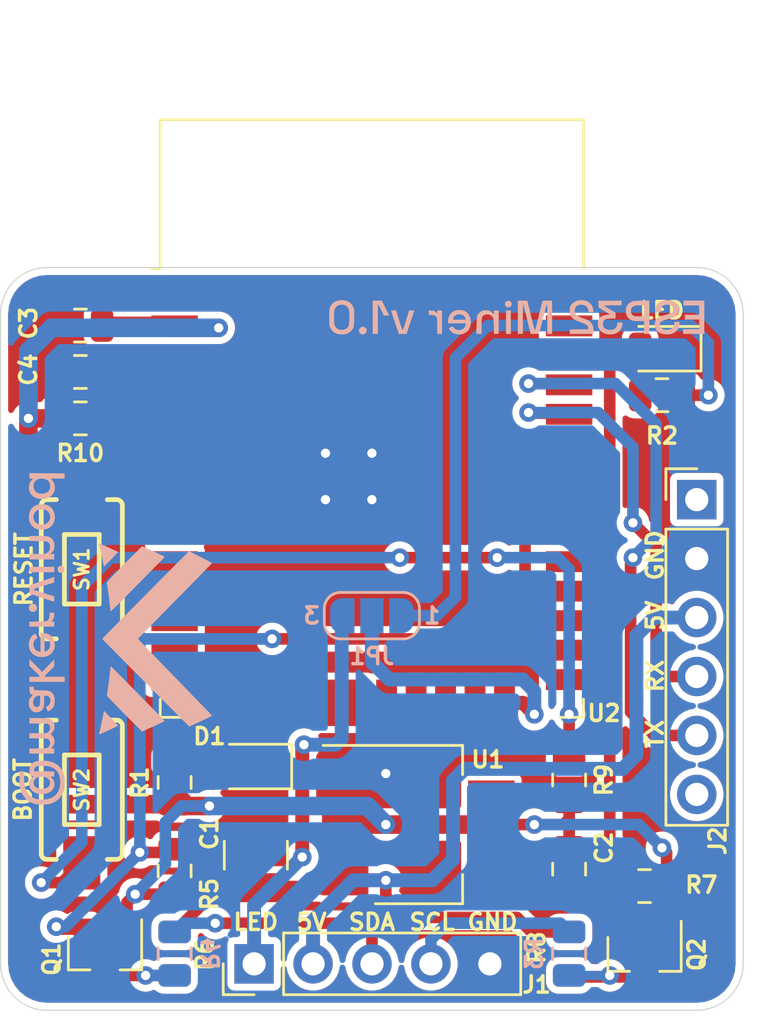
<source format=kicad_pcb>
(kicad_pcb (version 20171130) (host pcbnew "(5.1.9)-1")
  (layers (0 F.Cu signal) (31 B.Cu signal) (34 B.Paste user) (35 F.Paste user) (36 B.SilkS user) (37 F.SilkS user) (38 B.Mask user) (39 F.Mask user) (44 Edge.Cuts user))
  (net 0 "")
  (net 1 GND)
  (net 2 +5V)
  (net 3 +3V3)
  (net 4 RESET)
  (net 5 "Net-(D1-Pad2)")
  (net 6 "Net-(D2-Pad2)")
  (net 7 "Net-(J1-Pad4)")
  (net 8 "Net-(J1-Pad3)")
  (net 9 EXT_LED)
  (net 10 ESP32_TX)
  (net 11 ESP32_RX)
  (net 12 LED)
  (net 13 ON_BOARD_LED)
  (net 14 H_SDA)
  (net 15 SDA)
  (net 16 H_SCL)
  (net 17 SCL)
  (net 18 BOOT)
  (net 19 "Net-(U2-Pad37)")
  (net 20 "Net-(U2-Pad32)")
  (net 21 "Net-(U2-Pad31)")
  (net 22 "Net-(U2-Pad30)")
  (net 23 "Net-(U2-Pad29)")
  (net 24 "Net-(U2-Pad28)")
  (net 25 "Net-(U2-Pad27)")
  (net 26 "Net-(U2-Pad26)")
  (net 27 "Net-(U2-Pad23)")
  (net 28 "Net-(U2-Pad22)")
  (net 29 "Net-(U2-Pad21)")
  (net 30 "Net-(U2-Pad20)")
  (net 31 "Net-(U2-Pad19)")
  (net 32 "Net-(U2-Pad18)")
  (net 33 "Net-(U2-Pad17)")
  (net 34 "Net-(U2-Pad16)")
  (net 35 "Net-(U2-Pad14)")
  (net 36 "Net-(U2-Pad13)")
  (net 37 "Net-(U2-Pad12)")
  (net 38 "Net-(U2-Pad11)")
  (net 39 "Net-(U2-Pad10)")
  (net 40 "Net-(U2-Pad9)")
  (net 41 "Net-(U2-Pad8)")
  (net 42 "Net-(U2-Pad7)")
  (net 43 "Net-(U2-Pad6)")
  (net 44 "Net-(U2-Pad5)")
  (net 45 "Net-(U2-Pad4)")
  (net 46 "Net-(J2-Pad6)")
  (net 47 "Net-(J2-Pad1)")
  (module MV_LOGO:MV_LOGO-8x5mm (layer B.Cu) (at 132.1 87.000535 90)
    (fp_text reference G*** hide)
    (fp_text value LOGO hide)
  )
  (module MV_LOGO:maker.vinod-14x2mm (layer B.Cu) (at 127.3 87.007594 90)
    (fp_text reference G*** hide)
    (fp_text value LOGO hide)
  )
  (module Logo:BoardName (layer B.Cu) (at 147.75 73.15 180)
    (fp_text reference G*** hide)
    (fp_text value LOGO hide)
  )
  (module RF_Module:ESP32-WROOM-32 (layer F.Cu) (at 141.5 80.5)
    (fp_text reference U2 (at 10 9.7 180) (layer F.SilkS) (effects (font (size 0.7 0.7))))
    (fp_text value ESP32-WROOM-32D)
    (pad 38 smd rect (at 8.5 -8.255) (size 2 0.9) (layers F.Cu F.Paste F.Mask) (net 1 GND))
    (pad 37 smd rect (at 8.5 -6.985) (size 2 0.9) (layers F.Cu F.Paste F.Mask) (net 19 "Net-(U2-Pad37)"))
    (pad 36 smd rect (at 8.5 -5.715) (size 2 0.9) (layers F.Cu F.Paste F.Mask) (net 17 SCL))
    (pad 35 smd rect (at 8.5 -4.445) (size 2 0.9) (layers F.Cu F.Paste F.Mask) (net 10 ESP32_TX))
    (pad 34 smd rect (at 8.5 -3.175) (size 2 0.9) (layers F.Cu F.Paste F.Mask) (net 11 ESP32_RX))
    (pad 33 smd rect (at 8.5 -1.905) (size 2 0.9) (layers F.Cu F.Paste F.Mask) (net 15 SDA))
    (pad 32 smd rect (at 8.5 -0.635) (size 2 0.9) (layers F.Cu F.Paste F.Mask) (net 20 "Net-(U2-Pad32)"))
    (pad 31 smd rect (at 8.5 0.635) (size 2 0.9) (layers F.Cu F.Paste F.Mask) (net 21 "Net-(U2-Pad31)"))
    (pad 30 smd rect (at 8.5 1.905) (size 2 0.9) (layers F.Cu F.Paste F.Mask) (net 22 "Net-(U2-Pad30)"))
    (pad 29 smd rect (at 8.5 3.175) (size 2 0.9) (layers F.Cu F.Paste F.Mask) (net 23 "Net-(U2-Pad29)"))
    (pad 28 smd rect (at 8.5 4.445) (size 2 0.9) (layers F.Cu F.Paste F.Mask) (net 24 "Net-(U2-Pad28)"))
    (pad 27 smd rect (at 8.5 5.715) (size 2 0.9) (layers F.Cu F.Paste F.Mask) (net 25 "Net-(U2-Pad27)"))
    (pad 26 smd rect (at 8.5 6.985) (size 2 0.9) (layers F.Cu F.Paste F.Mask) (net 26 "Net-(U2-Pad26)"))
    (pad 25 smd rect (at 8.5 8.255) (size 2 0.9) (layers F.Cu F.Paste F.Mask) (net 18 BOOT))
    (pad 24 smd rect (at 5.715 9.255 90) (size 2 0.9) (layers F.Cu F.Paste F.Mask) (net 12 LED))
    (pad 23 smd rect (at 4.445 9.255 90) (size 2 0.9) (layers F.Cu F.Paste F.Mask) (net 27 "Net-(U2-Pad23)"))
    (pad 22 smd rect (at 3.175 9.255 90) (size 2 0.9) (layers F.Cu F.Paste F.Mask) (net 28 "Net-(U2-Pad22)"))
    (pad 21 smd rect (at 1.905 9.255 90) (size 2 0.9) (layers F.Cu F.Paste F.Mask) (net 29 "Net-(U2-Pad21)"))
    (pad 20 smd rect (at 0.635 9.255 90) (size 2 0.9) (layers F.Cu F.Paste F.Mask) (net 30 "Net-(U2-Pad20)"))
    (pad 19 smd rect (at -0.635 9.255 90) (size 2 0.9) (layers F.Cu F.Paste F.Mask) (net 31 "Net-(U2-Pad19)"))
    (pad 18 smd rect (at -1.905 9.255 90) (size 2 0.9) (layers F.Cu F.Paste F.Mask) (net 32 "Net-(U2-Pad18)"))
    (pad 17 smd rect (at -3.175 9.255 90) (size 2 0.9) (layers F.Cu F.Paste F.Mask) (net 33 "Net-(U2-Pad17)"))
    (pad 16 smd rect (at -4.445 9.255 90) (size 2 0.9) (layers F.Cu F.Paste F.Mask) (net 34 "Net-(U2-Pad16)"))
    (pad 15 smd rect (at -5.715 9.255 90) (size 2 0.9) (layers F.Cu F.Paste F.Mask) (net 1 GND))
    (pad 14 smd rect (at -8.5 8.255) (size 2 0.9) (layers F.Cu F.Paste F.Mask) (net 35 "Net-(U2-Pad14)"))
    (pad 13 smd rect (at -8.5 6.985) (size 2 0.9) (layers F.Cu F.Paste F.Mask) (net 36 "Net-(U2-Pad13)"))
    (pad 12 smd rect (at -8.5 5.715) (size 2 0.9) (layers F.Cu F.Paste F.Mask) (net 37 "Net-(U2-Pad12)"))
    (pad 11 smd rect (at -8.5 4.445) (size 2 0.9) (layers F.Cu F.Paste F.Mask) (net 38 "Net-(U2-Pad11)"))
    (pad 10 smd rect (at -8.5 3.175) (size 2 0.9) (layers F.Cu F.Paste F.Mask) (net 39 "Net-(U2-Pad10)"))
    (pad 9 smd rect (at -8.5 1.905) (size 2 0.9) (layers F.Cu F.Paste F.Mask) (net 40 "Net-(U2-Pad9)"))
    (pad 8 smd rect (at -8.5 0.635) (size 2 0.9) (layers F.Cu F.Paste F.Mask) (net 41 "Net-(U2-Pad8)"))
    (pad 7 smd rect (at -8.5 -0.635) (size 2 0.9) (layers F.Cu F.Paste F.Mask) (net 42 "Net-(U2-Pad7)"))
    (pad 6 smd rect (at -8.5 -1.905) (size 2 0.9) (layers F.Cu F.Paste F.Mask) (net 43 "Net-(U2-Pad6)"))
    (pad 5 smd rect (at -8.5 -3.175) (size 2 0.9) (layers F.Cu F.Paste F.Mask) (net 44 "Net-(U2-Pad5)"))
    (pad 4 smd rect (at -8.5 -4.445) (size 2 0.9) (layers F.Cu F.Paste F.Mask) (net 45 "Net-(U2-Pad4)"))
    (pad 3 smd rect (at -8.5 -5.715) (size 2 0.9) (layers F.Cu F.Paste F.Mask) (net 4 RESET))
    (pad 2 smd rect (at -8.5 -6.985) (size 2 0.9) (layers F.Cu F.Paste F.Mask) (net 3 +3V3))
    (pad 1 smd rect (at -8.5 -8.255) (size 2 0.9) (layers F.Cu F.Paste F.Mask) (net 1 GND))
    (pad 39 smd rect (at -1 -0.755) (size 5 5) (layers F.Cu F.Paste F.Mask) (net 1 GND))
  )
  (module Package_TO_SOT_SMD:SOT-223-3_TabPin2 (layer F.Cu) (at 143.5 95)
    (fp_text reference U1 (at 3 -2.8) (layer F.SilkS) (effects (font (size 0.7 0.7))))
    (fp_text value AMS1117-3.3)
    (pad 1 smd rect (at -3.15 -2.3) (size 2 1.5) (layers F.Cu F.Paste F.Mask) (net 1 GND))
    (pad 3 smd rect (at -3.15 2.3) (size 2 1.5) (layers F.Cu F.Paste F.Mask) (net 2 +5V))
    (pad 2 smd rect (at -3.15 0) (size 2 1.5) (layers F.Cu F.Paste F.Mask) (net 3 +3V3))
    (pad 2 smd rect (at 3.15 0) (size 2 3.8) (layers F.Cu F.Paste F.Mask) (net 3 +3V3))
  )
  (module Switches:TACTILE_SWITCH_SMD_6.0X3.5MM (layer F.Cu) (at 129 93.5 270)
    (fp_text reference SW2 (at 0 0 270) (layer F.SilkS) (effects (font (size 0.6096 0.6096) (thickness 0.127))))
    (fp_text value BOOT (at 0 2.54 90) (layer F.SilkS) (effects (font (size 0.7 0.7))))
    (pad 2 smd rect (at 3.1496 0 90) (size 2.2987 1.59766) (layers F.Cu F.Paste F.Mask) (net 18 BOOT))
    (pad 1 smd rect (at -3.1496 0 90) (size 2.2987 1.59766) (layers F.Cu F.Paste F.Mask) (net 1 GND))
  )
  (module Switches:TACTILE_SWITCH_SMD_6.0X3.5MM (layer F.Cu) (at 129 84 90)
    (fp_text reference SW1 (at 0 0 90) (layer F.SilkS) (effects (font (size 0.6096 0.6096) (thickness 0.127))))
    (fp_text value RESET (at 0 -2.5 90) (layer F.SilkS) (effects (font (size 0.7 0.7))))
    (pad 2 smd rect (at 3.1496 0 270) (size 2.2987 1.59766) (layers F.Cu F.Paste F.Mask) (net 4 RESET))
    (pad 1 smd rect (at -3.1496 0 270) (size 2.2987 1.59766) (layers F.Cu F.Paste F.Mask) (net 1 GND))
  )
  (module Resistor_SMD:R_0805_2012Metric (layer F.Cu) (at 128.9375 77.5 180)
    (fp_text reference R10 (at 0 -1.5) (layer F.SilkS) (effects (font (size 0.7 0.7))))
    (fp_text value 10k)
    (pad 2 smd roundrect (at 0.9375 0 180) (size 0.975 1.4) (layers F.Cu F.Paste F.Mask) (net 3 +3V3))
    (pad 1 smd roundrect (at -0.9375 0 180) (size 0.975 1.4) (layers F.Cu F.Paste F.Mask) (net 4 RESET))
  )
  (module Resistor_SMD:R_0805_2012Metric (layer F.Cu) (at 150 93.08 270)
    (fp_text reference R9 (at 0 -1.5 90) (layer F.SilkS) (effects (font (size 0.7 0.7))))
    (fp_text value 10k)
    (pad 2 smd roundrect (at 0.9375 0 270) (size 0.975 1.4) (layers F.Cu F.Paste F.Mask) (net 3 +3V3))
    (pad 1 smd roundrect (at -0.9375 0 270) (size 0.975 1.4) (layers F.Cu F.Paste F.Mask) (net 18 BOOT))
  )
  (module Resistor_SMD:R_0805_2012Metric (layer F.Cu) (at 150 100.5625 270)
    (fp_text reference R8 (at -0.2625 1.4 90) (layer F.SilkS) (effects (font (size 0.7 0.7))))
    (fp_text value 4.7k)
    (pad 2 smd roundrect (at 0.9375 0 270) (size 0.975 1.4) (layers F.Cu F.Paste F.Mask) (net 16 H_SCL))
    (pad 1 smd roundrect (at -0.9375 0 270) (size 0.975 1.4) (layers F.Cu F.Paste F.Mask) (net 2 +5V))
  )
  (module Resistor_SMD:R_0805_2012Metric (layer F.Cu) (at 153.25 97.65)
    (fp_text reference R7 (at 2.45 -0.05) (layer F.SilkS) (effects (font (size 0.7 0.7))))
    (fp_text value 4.7k)
    (pad 2 smd roundrect (at 0.9375 0) (size 0.975 1.4) (layers F.Cu F.Paste F.Mask) (net 3 +3V3))
    (pad 1 smd roundrect (at -0.9375 0) (size 0.975 1.4) (layers F.Cu F.Paste F.Mask) (net 17 SCL))
  )
  (module Resistor_SMD:R_0805_2012Metric (layer F.Cu) (at 133 100.5625 270)
    (fp_text reference R6 (at 0.0375 -1.3 90) (layer F.SilkS) (effects (font (size 0.7 0.7))))
    (fp_text value 4.7k)
    (pad 2 smd roundrect (at 0.9375 0 270) (size 0.975 1.4) (layers F.Cu F.Paste F.Mask) (net 14 H_SDA))
    (pad 1 smd roundrect (at -0.9375 0 270) (size 0.975 1.4) (layers F.Cu F.Paste F.Mask) (net 2 +5V))
  )
  (module Resistor_SMD:R_0805_2012Metric (layer F.Cu) (at 133 97 270)
    (fp_text reference R5 (at 1 -1.5 90) (layer F.SilkS) (effects (font (size 0.7 0.7))))
    (fp_text value 4.7k)
    (pad 2 smd roundrect (at 0.9375 0 270) (size 0.975 1.4) (layers F.Cu F.Paste F.Mask) (net 3 +3V3))
    (pad 1 smd roundrect (at -0.9375 0 270) (size 0.975 1.4) (layers F.Cu F.Paste F.Mask) (net 15 SDA))
  )
  (module Resistor_SMD:R_0805_2012Metric (layer B.Cu) (at 133 100.5625 90)
    (fp_text reference R4 (at 0 1.5 270 unlocked) (layer B.SilkS) (effects (font (size 0.7 0.7)) (justify mirror)))
    (fp_text value 0R)
    (pad 2 smd roundrect (at 0.9375 0 90) (size 0.975 1.4) (layers B.Cu B.Paste B.Mask) (net 8 "Net-(J1-Pad3)"))
    (pad 1 smd roundrect (at -0.9375 0 90) (size 0.975 1.4) (layers B.Cu B.Paste B.Mask) (net 14 H_SDA))
  )
  (module Resistor_SMD:R_0805_2012Metric (layer B.Cu) (at 150 100.5625 90)
    (fp_text reference R3 (at 0 -1.5 90 unlocked) (layer B.SilkS) (effects (font (size 0.7 0.7)) (justify mirror)))
    (fp_text value 0R)
    (pad 2 smd roundrect (at 0.9375 0 90) (size 0.975 1.4) (layers B.Cu B.Paste B.Mask) (net 7 "Net-(J1-Pad4)"))
    (pad 1 smd roundrect (at -0.9375 0 90) (size 0.975 1.4) (layers B.Cu B.Paste B.Mask) (net 16 H_SCL))
  )
  (module Resistor_SMD:R_0805_2012Metric (layer F.Cu) (at 154 76.5)
    (fp_text reference R2 (at 0 1.75) (layer F.SilkS) (effects (font (size 0.7 0.7))))
    (fp_text value 1k)
    (pad 2 smd roundrect (at 0.9375 0) (size 0.975 1.4) (layers F.Cu F.Paste F.Mask) (net 13 ON_BOARD_LED))
    (pad 1 smd roundrect (at -0.9375 0) (size 0.975 1.4) (layers F.Cu F.Paste F.Mask) (net 6 "Net-(D2-Pad2)"))
  )
  (module Resistor_SMD:R_0805_2012Metric (layer F.Cu) (at 133 93.185 270)
    (fp_text reference R1 (at 0.015 1.5 90) (layer F.SilkS) (effects (font (size 0.7 0.7))))
    (fp_text value 1k)
    (pad 2 smd roundrect (at 0.9375 0 270) (size 0.975 1.4) (layers F.Cu F.Paste F.Mask) (net 3 +3V3))
    (pad 1 smd roundrect (at -0.9375 0 270) (size 0.975 1.4) (layers F.Cu F.Paste F.Mask) (net 5 "Net-(D1-Pad2)"))
  )
  (module Package_TO_SOT_SMD:SOT-23 (layer F.Cu) (at 153.25 100.5625 270)
    (fp_text reference Q2 (at 0.0375 -2.25 90) (layer F.SilkS) (effects (font (size 0.7 0.7))))
    (fp_text value BSS138)
    (pad 3 smd rect (at 1 0 270) (size 0.9 0.8) (layers F.Cu F.Paste F.Mask) (net 16 H_SCL))
    (pad 2 smd rect (at -1 0.95 270) (size 0.9 0.8) (layers F.Cu F.Paste F.Mask) (net 17 SCL))
    (pad 1 smd rect (at -1 -0.95 270) (size 0.9 0.8) (layers F.Cu F.Paste F.Mask) (net 3 +3V3))
  )
  (module Package_TO_SOT_SMD:SOT-23 (layer F.Cu) (at 130 100.5 270)
    (fp_text reference Q1 (at 0.3 2.3 270) (layer F.SilkS) (effects (font (size 0.7 0.7))))
    (fp_text value BSS138)
    (pad 3 smd rect (at 1 0 270) (size 0.9 0.8) (layers F.Cu F.Paste F.Mask) (net 14 H_SDA))
    (pad 2 smd rect (at -1 0.95 270) (size 0.9 0.8) (layers F.Cu F.Paste F.Mask) (net 15 SDA))
    (pad 1 smd rect (at -1 -0.95 270) (size 0.9 0.8) (layers F.Cu F.Paste F.Mask) (net 3 +3V3))
  )
  (module Jumper:SolderJumper-3_P1.3mm_Open_RoundedPad1.0x1.5mm_NumberLabels (layer B.Cu) (at 141.5 86 180)
    (fp_text reference JP1 (at 0 -1.75) (layer B.SilkS) (effects (font (size 0.7 0.7)) (justify mirror)))
    (fp_text value Jumper_3_Open)
    (fp_text user 1 (at -2.6 0) (layer B.SilkS) (effects (font (size 0.7 0.7)) (justify mirror)))
    (fp_text user 3 (at 2.6 0) (layer B.SilkS) (effects (font (size 0.7 0.7)) (justify mirror)))
    (pad 2 smd rect (at 0 0 180) (size 1 1.5) (layers B.Cu B.Mask) (net 12 LED))
    (pad 3 smd custom (at 1.3 0 180) (size 1 0.5) (layers B.Cu B.Mask) (net 9 EXT_LED) (options (clearance outline) (anchor rect)) (primitives (gr_circle (center 0 -0.25) (end 0.5 -0.25) (width 0)) (gr_circle (center 0 0.25) (end 0.5 0.25) (width 0)) (gr_poly (pts (xy -0.55 0.75) (xy 0 0.75) (xy 0 -0.75) (xy -0.55 -0.75)) (width 0))))
    (pad 1 smd custom (at -1.3 0 180) (size 1 0.5) (layers B.Cu B.Mask) (net 13 ON_BOARD_LED) (options (clearance outline) (anchor rect)) (primitives (gr_circle (center 0 -0.25) (end 0.5 -0.25) (width 0)) (gr_circle (center 0 0.25) (end 0.5 0.25) (width 0)) (gr_poly (pts (xy 0.55 0.75) (xy 0 0.75) (xy 0 -0.75) (xy 0.55 -0.75)) (width 0))))
  )
  (module Connector_PinHeader_2.54mm:PinHeader_1x06_P2.54mm_Vertical (layer F.Cu) (at 155.5 81)
    (fp_text reference J2 (at 0.9 14.7 270) (layer F.SilkS) (effects (font (size 0.7 0.7))))
    (fp_text value PROGRAM)
    (pad 6 thru_hole oval (at 0 12.7) (size 1.7 1.7) (drill 1) (layers *.Cu *.Mask) (net 46 "Net-(J2-Pad6)"))
    (pad 5 thru_hole oval (at 0 10.16) (size 1.7 1.7) (drill 1) (layers *.Cu *.Mask) (net 10 ESP32_TX))
    (pad 4 thru_hole oval (at 0 7.62) (size 1.7 1.7) (drill 1) (layers *.Cu *.Mask) (net 11 ESP32_RX))
    (pad 3 thru_hole oval (at 0 5.08) (size 1.7 1.7) (drill 1) (layers *.Cu *.Mask) (net 2 +5V))
    (pad 2 thru_hole oval (at 0 2.54) (size 1.7 1.7) (drill 1) (layers *.Cu *.Mask) (net 1 GND))
    (pad 1 thru_hole rect (at 0 0) (size 1.7 1.7) (drill 1) (layers *.Cu *.Mask) (net 47 "Net-(J2-Pad1)"))
  )
  (module Connector_PinHeader_2.54mm:PinHeader_1x05_P2.54mm_Vertical (layer F.Cu) (at 136.425 101 90)
    (fp_text reference J1 (at -0.9 12.175) (layer F.SilkS) (effects (font (size 0.7 0.7))))
    (fp_text value EXP)
    (pad 5 thru_hole oval (at 0 10.16 90) (size 1.7 1.7) (drill 1) (layers *.Cu *.Mask) (net 1 GND))
    (pad 4 thru_hole oval (at 0 7.62 90) (size 1.7 1.7) (drill 1) (layers *.Cu *.Mask) (net 7 "Net-(J1-Pad4)"))
    (pad 3 thru_hole oval (at 0 5.08 90) (size 1.7 1.7) (drill 1) (layers *.Cu *.Mask) (net 8 "Net-(J1-Pad3)"))
    (pad 2 thru_hole oval (at 0 2.54 90) (size 1.7 1.7) (drill 1) (layers *.Cu *.Mask) (net 2 +5V))
    (pad 1 thru_hole rect (at 0 0 90) (size 1.7 1.7) (drill 1) (layers *.Cu *.Mask) (net 9 EXT_LED))
  )
  (module LED_SMD:LED_0805_2012Metric (layer F.Cu) (at 154 74.5 180)
    (fp_text reference D2 hide)
    (fp_text value LED (at 0 1.65) (layer F.SilkS) (effects (font (size 0.7 0.7))))
    (pad 2 smd roundrect (at 0.9375 0 180) (size 0.975 1.4) (layers F.Cu F.Paste F.Mask) (net 6 "Net-(D2-Pad2)"))
    (pad 1 smd roundrect (at -0.9375 0 180) (size 0.975 1.4) (layers F.Cu F.Paste F.Mask) (net 1 GND))
  )
  (module LED_SMD:LED_0805_2012Metric (layer F.Cu) (at 136.36 92.5 180)
    (fp_text reference D1 (at 1.86 1.3) (layer F.SilkS) (effects (font (size 0.7 0.7))))
    (fp_text value LED)
    (pad 2 smd roundrect (at 0.9375 0 180) (size 0.975 1.4) (layers F.Cu F.Paste F.Mask) (net 5 "Net-(D1-Pad2)"))
    (pad 1 smd roundrect (at -0.9375 0 180) (size 0.975 1.4) (layers F.Cu F.Paste F.Mask) (net 1 GND))
  )
  (module Capacitor_SMD:C_0805_2012Metric (layer F.Cu) (at 128.9375 75.5)
    (fp_text reference C4 (at -2.2375 -0.1 90) (layer F.SilkS) (effects (font (size 0.7 0.7))))
    (fp_text value 0.1uF)
    (pad 2 smd roundrect (at 0.9375 0) (size 0.975 1.4) (layers F.Cu F.Paste F.Mask) (net 4 RESET))
    (pad 1 smd roundrect (at -0.9375 0) (size 0.975 1.4) (layers F.Cu F.Paste F.Mask) (net 1 GND))
  )
  (module Capacitor_SMD:C_0805_2012Metric (layer F.Cu) (at 128.9375 73.5 180)
    (fp_text reference C3 (at 2.2375 0.1 90) (layer F.SilkS) (effects (font (size 0.7 0.7))))
    (fp_text value 0.1uF)
    (pad 2 smd roundrect (at 0.9375 0 180) (size 0.975 1.4) (layers F.Cu F.Paste F.Mask) (net 1 GND))
    (pad 1 smd roundrect (at -0.9375 0 180) (size 0.975 1.4) (layers F.Cu F.Paste F.Mask) (net 3 +3V3))
  )
  (module Capacitor_SMD:C_0805_2012Metric (layer F.Cu) (at 150 96.92 270)
    (fp_text reference C2 (at -0.92 -1.5 90) (layer F.SilkS) (effects (font (size 0.7 0.7))))
    (fp_text value 10uF)
    (pad 2 smd roundrect (at 0.9375 0 270) (size 0.975 1.4) (layers F.Cu F.Paste F.Mask) (net 1 GND))
    (pad 1 smd roundrect (at -0.9375 0 270) (size 0.975 1.4) (layers F.Cu F.Paste F.Mask) (net 3 +3V3))
  )
  (module Capacitor_SMD:C_1210_3225Metric (layer F.Cu) (at 136.5 96.32 90)
    (fp_text reference C1 (at 0.92 -2 270) (layer F.SilkS) (effects (font (size 0.7 0.7))))
    (fp_text value 22uF)
    (pad 2 smd roundrect (at 1.4 0 90) (size 1.25 2.65) (layers F.Cu F.Paste F.Mask) (roundrect_rratio 0.2) (net 1 GND))
    (pad 1 smd roundrect (at -1.4 0 90) (size 1.25 2.65) (layers F.Cu F.Paste F.Mask) (roundrect_rratio 0.2) (net 2 +5V))
  )
  (gr_text GND (at 153.7 83.4 90) (layer F.SilkS) (effects (font (size 0.7 0.7))))
  (gr_text "5V\n" (at 153.7 86 90) (layer F.SilkS) (effects (font (size 0.7 0.7))))
  (gr_text RX (at 153.7 88.6 90) (layer F.SilkS) (effects (font (size 0.7 0.7))))
  (gr_text TX (at 153.7 91.1 90) (layer F.SilkS) (effects (font (size 0.7 0.7))))
  (gr_text "GND\n" (at 146.7 99.2) (layer F.SilkS) (effects (font (size 0.7 0.7))))
  (gr_text "SCL\n" (at 144.1 99.2) (layer F.SilkS) (effects (font (size 0.7 0.7))))
  (gr_text SDA (at 141.5 99.2) (layer F.SilkS) (effects (font (size 0.7 0.7))))
  (gr_text "5V\n" (at 138.9 99.2) (layer F.SilkS) (effects (font (size 0.7 0.7))))
  (gr_text LED (at 136.5 99.2) (layer F.SilkS) (effects (font (size 0.7 0.7))))
  (gr_arc (start 127.5 101) (end 125.5 101) (angle -90) (layer Edge.Cuts) (width 0.05))
  (gr_arc (start 155.5 101) (end 155.5 103) (angle -90) (layer Edge.Cuts) (width 0.05))
  (gr_arc (start 155.5 73) (end 157.5 73) (angle -90) (layer Edge.Cuts) (width 0.05))
  (gr_arc (start 127.5 73) (end 127.5 71) (angle -90) (layer Edge.Cuts) (width 0.05))
  (gr_line (start 125.5 73) (end 125.5 101) (layer Edge.Cuts) (width 0.05))
  (gr_line (start 155.5 71) (end 127.5 71) (layer Edge.Cuts) (width 0.05))
  (gr_line (start 157.5 101) (end 157.5 73) (layer Edge.Cuts) (width 0.05))
  (gr_line (start 127.5 103) (end 155.5 103) (layer Edge.Cuts) (width 0.05))
  (via (at 141.5 81) (size 0.8) (drill 0.4) (layers F.Cu B.Cu) (net 1))
  (via (at 141.5 79) (size 0.8) (drill 0.4) (layers F.Cu B.Cu) (net 1))
  (via (at 139.5 81) (size 0.8) (drill 0.4) (layers F.Cu B.Cu) (net 1))
  (via (at 139.5 79) (size 0.8) (drill 0.4) (layers F.Cu B.Cu) (net 1))
  (via (at 142.1 92.8) (size 0.8) (drill 0.4) (layers F.Cu B.Cu) (net 1))
  (segment (start 142 92.7) (end 142.1 92.8) (width 0.6) (layer F.Cu) (net 1))
  (segment (start 140.35 92.7) (end 142 92.7) (width 0.6) (layer F.Cu) (net 1))
  (segment (start 138.965 101) (end 138.965 99.135) (width 0.6) (layer B.Cu) (net 2))
  (via (at 142.1 97.4) (size 0.8) (drill 0.4) (layers F.Cu B.Cu) (net 2))
  (segment (start 140.7 97.4) (end 142.1 97.4) (width 0.6) (layer B.Cu) (net 2))
  (segment (start 138.965 99.135) (end 140.7 97.4) (width 0.6) (layer B.Cu) (net 2))
  (segment (start 140.45 97.4) (end 140.35 97.3) (width 0.6) (layer F.Cu) (net 2))
  (segment (start 142.1 97.4) (end 140.45 97.4) (width 0.6) (layer F.Cu) (net 2))
  (segment (start 139.93 97.72) (end 140.35 97.3) (width 0.6) (layer F.Cu) (net 2))
  (segment (start 136.5 97.72) (end 139.93 97.72) (width 0.6) (layer F.Cu) (net 2))
  (segment (start 134.905 97.72) (end 136.5 97.72) (width 0.5) (layer F.Cu) (net 2))
  (segment (start 133 99.625) (end 134.905 97.72) (width 0.5) (layer F.Cu) (net 2))
  (segment (start 152.9 89.85) (end 152.9 86.85) (width 0.6) (layer B.Cu) (net 2))
  (segment (start 152.9 92) (end 152.9 89.85) (width 0.6) (layer B.Cu) (net 2))
  (segment (start 152.9 89.85) (end 152.9 89.4) (width 0.6) (layer B.Cu) (net 2))
  (segment (start 153.67 86.08) (end 155.5 86.08) (width 0.6) (layer B.Cu) (net 2))
  (segment (start 152.9 86.85) (end 153.67 86.08) (width 0.6) (layer B.Cu) (net 2))
  (segment (start 142.1 97.4) (end 142.6 97.4) (width 0.6) (layer B.Cu) (net 2))
  (segment (start 142.6 97.4) (end 144.1 97.4) (width 0.5) (layer B.Cu) (net 2))
  (segment (start 144.1 97.4) (end 145 96.5) (width 0.6) (layer B.Cu) (net 2))
  (segment (start 142.1 97.4) (end 144.1 97.4) (width 0.6) (layer B.Cu) (net 2))
  (segment (start 148.375 99.625) (end 150 99.625) (width 0.5) (layer F.Cu) (net 2))
  (segment (start 147.75 99) (end 148.375 99.625) (width 0.5) (layer F.Cu) (net 2))
  (segment (start 143 99) (end 147.75 99) (width 0.5) (layer F.Cu) (net 2))
  (segment (start 142.1 98.1) (end 143 99) (width 0.5) (layer F.Cu) (net 2))
  (segment (start 142.1 97.4) (end 142.1 98.1) (width 0.5) (layer F.Cu) (net 2))
  (segment (start 145 96.5) (end 145 93.1) (width 0.6) (layer B.Cu) (net 2))
  (segment (start 145.5 92.6) (end 152.3 92.6) (width 0.6) (layer B.Cu) (net 2))
  (segment (start 145 93.1) (end 145.5 92.6) (width 0.6) (layer B.Cu) (net 2))
  (segment (start 152.3 92.6) (end 152.9 92) (width 0.6) (layer B.Cu) (net 2))
  (segment (start 149.75 95) (end 150 94.75) (width 0.5) (layer F.Cu) (net 3))
  (segment (start 150 94.0175) (end 150 94.75) (width 0.5) (layer F.Cu) (net 3))
  (segment (start 150 95) (end 150 94.0175) (width 0.5) (layer F.Cu) (net 3))
  (segment (start 150 94.75) (end 150 95) (width 0.5) (layer F.Cu) (net 3))
  (segment (start 150 95) (end 150 95.9825) (width 0.5) (layer F.Cu) (net 3))
  (segment (start 150 94.75) (end 150 95.9825) (width 0.5) (layer F.Cu) (net 3))
  (segment (start 154.2 97.6625) (end 154.1875 97.65) (width 0.5) (layer F.Cu) (net 3))
  (via (at 154 96) (size 0.8) (drill 0.4) (layers F.Cu B.Cu) (net 3))
  (segment (start 154.2 96.2) (end 154 96) (width 0.5) (layer F.Cu) (net 3))
  (segment (start 154.2 98.7) (end 154.2 96.2) (width 0.5) (layer F.Cu) (net 3))
  (segment (start 154.2 99.5625) (end 154.2 98.7) (width 0.5) (layer F.Cu) (net 3))
  (segment (start 154.2 98.7) (end 154.2 97.6625) (width 0.5) (layer F.Cu) (net 3))
  (segment (start 144.75 95) (end 146.65 95) (width 0.5) (layer F.Cu) (net 3))
  (segment (start 127.8225 94.1225) (end 133 94.1225) (width 0.8) (layer F.Cu) (net 3))
  (segment (start 126.7 93) (end 127.8225 94.1225) (width 0.8) (layer F.Cu) (net 3))
  (segment (start 129.89 73.515) (end 129.875 73.5) (width 0.8) (layer F.Cu) (net 3))
  (segment (start 133 73.515) (end 129.89 73.515) (width 0.8) (layer F.Cu) (net 3))
  (via (at 126.7 77.5) (size 0.8) (drill 0.4) (layers F.Cu B.Cu) (net 3))
  (segment (start 126.7 79.2) (end 126.7 93) (width 0.8) (layer F.Cu) (net 3))
  (via (at 134.9 73.6) (size 0.8) (drill 0.4) (layers F.Cu B.Cu) (net 3))
  (segment (start 127.7 73.6) (end 134.9 73.6) (width 0.8) (layer B.Cu) (net 3))
  (segment (start 126.7 74.6) (end 127.7 73.6) (width 0.8) (layer B.Cu) (net 3))
  (segment (start 133.085 73.6) (end 133 73.515) (width 0.8) (layer F.Cu) (net 3))
  (segment (start 134.9 73.6) (end 133.085 73.6) (width 0.8) (layer F.Cu) (net 3))
  (via (at 131.3 98) (size 0.8) (drill 0.4) (layers F.Cu B.Cu) (net 3))
  (segment (start 130.95 98.35) (end 131.3 98) (width 0.5) (layer F.Cu) (net 3))
  (segment (start 130.95 99.5) (end 130.95 98.35) (width 0.5) (layer F.Cu) (net 3))
  (via (at 134.5 94.2) (size 0.8) (drill 0.4) (layers F.Cu B.Cu) (net 3))
  (segment (start 132.9375 98) (end 133 97.9375) (width 0.5) (layer F.Cu) (net 3))
  (segment (start 131.3 98) (end 132.9375 98) (width 0.5) (layer F.Cu) (net 3))
  (via (at 142.1 95) (size 0.8) (drill 0.4) (layers F.Cu B.Cu) (net 3))
  (segment (start 140.35 95) (end 142.3 95) (width 0.6) (layer F.Cu) (net 3))
  (segment (start 142.3 95) (end 144.75 95) (width 0.6) (layer F.Cu) (net 3))
  (segment (start 142.3 95) (end 146.65 95) (width 0.6) (layer F.Cu) (net 3))
  (segment (start 133.0775 94.2) (end 133 94.1225) (width 0.8) (layer F.Cu) (net 3))
  (segment (start 134.5 94.2) (end 133.0775 94.2) (width 0.8) (layer F.Cu) (net 3))
  (segment (start 142.1 95) (end 141.3 94.2) (width 0.8) (layer B.Cu) (net 3))
  (segment (start 141.3 94.2) (end 140.7 94.2) (width 0.8) (layer B.Cu) (net 3))
  (segment (start 142.1 95) (end 140.35 95) (width 0.8) (layer F.Cu) (net 3))
  (segment (start 142.1 95) (end 146.65 95) (width 0.8) (layer F.Cu) (net 3))
  (via (at 148.5 95) (size 0.8) (drill 0.4) (layers F.Cu B.Cu) (net 3))
  (segment (start 148.3 95) (end 148.5 95) (width 0.5) (layer F.Cu) (net 3))
  (segment (start 146.65 95) (end 148.3 95) (width 0.5) (layer F.Cu) (net 3))
  (segment (start 148.3 95) (end 149.75 95) (width 0.5) (layer F.Cu) (net 3))
  (segment (start 153 95) (end 154 96) (width 0.5) (layer B.Cu) (net 3))
  (segment (start 148.5 95) (end 153 95) (width 0.5) (layer B.Cu) (net 3))
  (segment (start 134.5 94.2) (end 140.7 94.2) (width 0.8) (layer B.Cu) (net 3))
  (segment (start 133.3 94.2) (end 134.5 94.2) (width 0.5) (layer B.Cu) (net 3))
  (segment (start 132.6 94.9) (end 133.3 94.2) (width 0.5) (layer B.Cu) (net 3))
  (segment (start 132.6 96.7) (end 132.6 94.9) (width 0.5) (layer B.Cu) (net 3))
  (segment (start 131.3 98) (end 132.6 96.7) (width 0.5) (layer B.Cu) (net 3))
  (segment (start 128 77.5) (end 126.7 77.5) (width 0.8) (layer F.Cu) (net 3))
  (segment (start 126.7 74.6) (end 126.7 77.5) (width 0.8) (layer B.Cu) (net 3))
  (segment (start 126.7 79.2) (end 126.7 77.5) (width 0.8) (layer F.Cu) (net 3))
  (segment (start 131.215 74.785) (end 133 74.785) (width 0.5) (layer F.Cu) (net 4))
  (segment (start 129.875 75.5) (end 129.875 77.5) (width 0.5) (layer F.Cu) (net 4))
  (segment (start 129 79.7) (end 129.875 78.825) (width 0.5) (layer F.Cu) (net 4))
  (segment (start 129 80.8504) (end 129 79.7) (width 0.5) (layer F.Cu) (net 4))
  (segment (start 129.875 77.5) (end 129.875 78.825) (width 0.5) (layer F.Cu) (net 4))
  (segment (start 130.5 75.5) (end 131.215 74.785) (width 0.5) (layer F.Cu) (net 4))
  (segment (start 129.875 75.5) (end 130.5 75.5) (width 0.5) (layer F.Cu) (net 4))
  (segment (start 135.31 92.2475) (end 135.5625 92.5) (width 0.5) (layer F.Cu) (net 5))
  (segment (start 133 92.2475) (end 135.31 92.2475) (width 0.5) (layer F.Cu) (net 5))
  (segment (start 153.0625 74.5) (end 153.0625 76.5) (width 0.4) (layer F.Cu) (net 6))
  (segment (start 150 99.625) (end 149.625 99.25) (width 0.5) (layer B.Cu) (net 7))
  (segment (start 144.045 99.955) (end 144.75 99.25) (width 0.5) (layer B.Cu) (net 7))
  (segment (start 144.045 101) (end 144.045 99.955) (width 0.5) (layer B.Cu) (net 7))
  (segment (start 149.625 99.25) (end 144.75 99.25) (width 0.5) (layer B.Cu) (net 7))
  (via (at 134.75 99.25) (size 0.8) (drill 0.4) (layers F.Cu B.Cu) (net 8))
  (segment (start 134.75 99.25) (end 141 99.25) (width 0.5) (layer F.Cu) (net 8))
  (segment (start 141.505 99.755) (end 141 99.25) (width 0.5) (layer F.Cu) (net 8))
  (segment (start 141.505 101) (end 141.505 99.755) (width 0.5) (layer F.Cu) (net 8))
  (segment (start 133.375 99.25) (end 133 99.625) (width 0.5) (layer B.Cu) (net 8))
  (segment (start 134.75 99.25) (end 133.375 99.25) (width 0.5) (layer B.Cu) (net 8))
  (via (at 138.5 96.4) (size 0.8) (drill 0.4) (layers F.Cu B.Cu) (net 9))
  (segment (start 136.425 98.475) (end 138.5 96.4) (width 0.6) (layer B.Cu) (net 9))
  (segment (start 136.425 101) (end 136.425 98.475) (width 0.6) (layer B.Cu) (net 9))
  (via (at 138.574011 91.557663) (size 0.8) (drill 0.4) (layers F.Cu B.Cu) (net 9))
  (segment (start 138.5 91.631674) (end 138.574011 91.557663) (width 0.6) (layer F.Cu) (net 9))
  (segment (start 138.5 96.4) (end 138.5 91.631674) (width 0.6) (layer F.Cu) (net 9))
  (segment (start 138.574011 91.557663) (end 139.942337 91.557663) (width 0.6) (layer B.Cu) (net 9))
  (segment (start 140.2 91.3) (end 140.2 86) (width 0.6) (layer B.Cu) (net 9))
  (segment (start 139.942337 91.557663) (end 140.2 91.3) (width 0.6) (layer B.Cu) (net 9))
  (segment (start 148.305 76.055) (end 148.25 76) (width 0.4) (layer F.Cu) (net 10))
  (segment (start 150 76.055) (end 148.305 76.055) (width 0.4) (layer F.Cu) (net 10))
  (via (at 148.25 76) (size 0.8) (drill 0.4) (layers F.Cu B.Cu) (net 10))
  (segment (start 153.66 91.16) (end 155.5 91.16) (width 0.5) (layer F.Cu) (net 10))
  (segment (start 152.65 90.15) (end 153.66 91.16) (width 0.5) (layer F.Cu) (net 10))
  (segment (start 148.25 76) (end 152 76) (width 0.5) (layer B.Cu) (net 10))
  (segment (start 152 76) (end 153.75 77.75) (width 0.5) (layer B.Cu) (net 10))
  (segment (start 153.75 77.75) (end 153.75 81.5) (width 0.5) (layer B.Cu) (net 10))
  (via (at 152.75 83.5) (size 0.8) (drill 0.4) (layers F.Cu B.Cu) (net 10))
  (segment (start 152.65 83.6) (end 152.75 83.5) (width 0.5) (layer F.Cu) (net 10))
  (segment (start 152.65 85.85) (end 152.65 83.6) (width 0.5) (layer F.Cu) (net 10))
  (segment (start 152.65 85.85) (end 152.65 90.15) (width 0.5) (layer F.Cu) (net 10))
  (segment (start 153.75 82.5) (end 153.75 82.25) (width 0.5) (layer B.Cu) (net 10))
  (segment (start 152.75 83.5) (end 153.75 82.5) (width 0.5) (layer B.Cu) (net 10))
  (segment (start 153.75 81.5) (end 153.75 82.25) (width 0.5) (layer B.Cu) (net 10))
  (via (at 148.25 77.25) (size 0.8) (drill 0.4) (layers F.Cu B.Cu) (net 11))
  (segment (start 148.325 77.325) (end 148.25 77.25) (width 0.4) (layer F.Cu) (net 11))
  (segment (start 150 77.325) (end 148.325 77.325) (width 0.4) (layer F.Cu) (net 11))
  (segment (start 155.5 88.62) (end 154.12 88.62) (width 0.5) (layer F.Cu) (net 11))
  (segment (start 154.12 88.62) (end 153.75 88.25) (width 0.5) (layer F.Cu) (net 11))
  (segment (start 151.25 77.25) (end 148.25 77.25) (width 0.5) (layer B.Cu) (net 11))
  (segment (start 152.75 78.75) (end 151.25 77.25) (width 0.5) (layer B.Cu) (net 11))
  (via (at 152.75 82) (size 0.8) (drill 0.4) (layers F.Cu B.Cu) (net 11))
  (segment (start 152.75 79.25) (end 152.75 82) (width 0.5) (layer B.Cu) (net 11))
  (segment (start 152.75 79.25) (end 152.75 78.75) (width 0.5) (layer B.Cu) (net 11))
  (segment (start 152.75 82) (end 153.75 83) (width 0.5) (layer F.Cu) (net 11))
  (segment (start 153.75 83) (end 153.75 85) (width 0.5) (layer F.Cu) (net 11))
  (segment (start 153.75 88.25) (end 153.75 85) (width 0.5) (layer F.Cu) (net 11))
  (via (at 148.5 90.25) (size 0.8) (drill 0.4) (layers F.Cu B.Cu) (net 12))
  (segment (start 148.005 89.755) (end 148.5 90.25) (width 0.6) (layer F.Cu) (net 12))
  (segment (start 147.215 89.755) (end 148.005 89.755) (width 0.6) (layer F.Cu) (net 12))
  (segment (start 148.5 89.25) (end 148.5 90.25) (width 0.6) (layer B.Cu) (net 12))
  (segment (start 141.5 88) (end 142.25 88.75) (width 0.6) (layer B.Cu) (net 12))
  (segment (start 148 88.75) (end 148.5 89.25) (width 0.6) (layer B.Cu) (net 12))
  (segment (start 142.25 88.75) (end 148 88.75) (width 0.6) (layer B.Cu) (net 12))
  (segment (start 141.5 86) (end 141.5 88) (width 0.6) (layer B.Cu) (net 12))
  (segment (start 142.8 86) (end 143.7 86) (width 0.5) (layer B.Cu) (net 13))
  (via (at 156 76.5) (size 0.8) (drill 0.4) (layers F.Cu B.Cu) (net 13))
  (segment (start 154.9375 76.5) (end 156 76.5) (width 0.5) (layer F.Cu) (net 13))
  (segment (start 145.1 85.2) (end 144.3 86) (width 0.5) (layer B.Cu) (net 13))
  (segment (start 144.3 86) (end 142.8 86) (width 0.5) (layer B.Cu) (net 13))
  (segment (start 146.5 73.5) (end 145.1 74.9) (width 0.5) (layer B.Cu) (net 13))
  (segment (start 155.25 73.5) (end 146.5 73.5) (width 0.5) (layer B.Cu) (net 13))
  (segment (start 156 74.25) (end 155.25 73.5) (width 0.5) (layer B.Cu) (net 13))
  (segment (start 145.1 74.9) (end 145.1 85.2) (width 0.5) (layer B.Cu) (net 13))
  (segment (start 156 76.5) (end 156 74.25) (width 0.5) (layer B.Cu) (net 13))
  (via (at 131.75 101.5) (size 0.8) (drill 0.4) (layers F.Cu B.Cu) (net 14))
  (segment (start 133 101.5) (end 131.75 101.5) (width 0.5) (layer B.Cu) (net 14))
  (segment (start 131.75 101.5) (end 130 101.5) (width 0.5) (layer F.Cu) (net 14))
  (segment (start 133 101.5) (end 131.75 101.5) (width 0.5) (layer F.Cu) (net 14))
  (via (at 127.9 99.4) (size 0.8) (drill 0.4) (layers F.Cu B.Cu) (net 15))
  (segment (start 128 99.5) (end 127.9 99.4) (width 0.5) (layer F.Cu) (net 15))
  (segment (start 129.05 99.5) (end 128 99.5) (width 0.5) (layer F.Cu) (net 15))
  (via (at 131.5 96.2) (size 0.8) (drill 0.4) (layers F.Cu B.Cu) (net 15))
  (segment (start 132.8625 96.2) (end 133 96.0625) (width 0.5) (layer F.Cu) (net 15))
  (segment (start 131.5 96.2) (end 132.8625 96.2) (width 0.5) (layer F.Cu) (net 15))
  (via (at 137.2 87) (size 0.8) (drill 0.4) (layers F.Cu B.Cu) (net 15))
  (segment (start 128.3 99.4) (end 127.9 99.4) (width 0.5) (layer B.Cu) (net 15))
  (segment (start 131.5 96.2) (end 128.3 99.4) (width 0.5) (layer B.Cu) (net 15))
  (segment (start 131.5 96.2) (end 131.5 89.7) (width 0.5) (layer B.Cu) (net 15))
  (segment (start 131.5 87) (end 131.5 88.5) (width 0.5) (layer B.Cu) (net 15))
  (segment (start 131.5 88.5) (end 131.5 89.7) (width 0.5) (layer B.Cu) (net 15))
  (segment (start 136.5 87) (end 137.2 87) (width 0.5) (layer B.Cu) (net 15))
  (segment (start 131.5 87) (end 136.5 87) (width 0.5) (layer B.Cu) (net 15))
  (segment (start 136.5 87) (end 136.9 87) (width 0.5) (layer B.Cu) (net 15))
  (segment (start 148.505 78.595) (end 150 78.595) (width 0.5) (layer F.Cu) (net 15))
  (segment (start 148.1 79) (end 148.505 78.595) (width 0.5) (layer F.Cu) (net 15))
  (segment (start 148.1 85.9) (end 148.1 79) (width 0.5) (layer F.Cu) (net 15))
  (segment (start 147 87) (end 148.1 85.9) (width 0.5) (layer F.Cu) (net 15))
  (segment (start 137.2 87) (end 147 87) (width 0.5) (layer F.Cu) (net 15))
  (via (at 151.75 101.5) (size 0.8) (drill 0.4) (layers F.Cu B.Cu) (net 16))
  (segment (start 151.6875 101.5625) (end 151.75 101.5) (width 0.4) (layer F.Cu) (net 16))
  (segment (start 153.25 101.5625) (end 151.6875 101.5625) (width 0.4) (layer F.Cu) (net 16))
  (segment (start 151.6875 101.5625) (end 150.0625 101.5625) (width 0.4) (layer F.Cu) (net 16))
  (segment (start 150 101.5) (end 151.75 101.5) (width 0.4) (layer B.Cu) (net 16))
  (segment (start 150.0625 101.5625) (end 150 101.5) (width 0.5) (layer F.Cu) (net 16))
  (segment (start 153.25 101.5625) (end 150.0625 101.5625) (width 0.5) (layer F.Cu) (net 16))
  (segment (start 152.3 98.1375) (end 152.5 97.9375) (width 0.5) (layer F.Cu) (net 17))
  (segment (start 152.3 99.5625) (end 152.3 98.1375) (width 0.5) (layer F.Cu) (net 17))
  (segment (start 151.285 74.785) (end 151.75 75.25) (width 0.5) (layer F.Cu) (net 17))
  (segment (start 150 74.785) (end 151.285 74.785) (width 0.5) (layer F.Cu) (net 17))
  (segment (start 152.3125 96.3125) (end 151.75 95.75) (width 0.5) (layer F.Cu) (net 17))
  (segment (start 152.3125 97.65) (end 152.3125 96.3125) (width 0.5) (layer F.Cu) (net 17))
  (segment (start 151.75 75.25) (end 151.75 95.75) (width 0.5) (layer F.Cu) (net 17))
  (segment (start 150 88.755) (end 150 90.25) (width 0.5) (layer F.Cu) (net 18))
  (via (at 150 90.25) (size 0.8) (drill 0.4) (layers F.Cu B.Cu) (net 18))
  (segment (start 150 90.25) (end 150 92.1425) (width 0.5) (layer F.Cu) (net 18))
  (via (at 127.25 97.5) (size 0.8) (drill 0.4) (layers F.Cu B.Cu) (net 18))
  (segment (start 129 95.75) (end 127.25 97.5) (width 0.5) (layer B.Cu) (net 18))
  (segment (start 128.1496 97.5) (end 129 96.6496) (width 0.5) (layer F.Cu) (net 18))
  (segment (start 127.25 97.5) (end 128.1496 97.5) (width 0.5) (layer F.Cu) (net 18))
  (segment (start 129 89.25) (end 129 84.75) (width 0.5) (layer B.Cu) (net 18))
  (segment (start 129 89.25) (end 129 95.75) (width 0.5) (layer B.Cu) (net 18))
  (segment (start 129 84.75) (end 130.25 83.5) (width 0.5) (layer B.Cu) (net 18))
  (via (at 146.9 83.5) (size 0.8) (drill 0.4) (layers F.Cu B.Cu) (net 18))
  (via (at 142.7 83.5) (size 0.8) (drill 0.4) (layers F.Cu B.Cu) (net 18))
  (segment (start 130.25 83.5) (end 140.8 83.5) (width 0.5) (layer B.Cu) (net 18))
  (segment (start 140.8 83.5) (end 141.5 83.5) (width 0.5) (layer B.Cu) (net 18))
  (segment (start 140.8 83.5) (end 142.7 83.5) (width 0.5) (layer B.Cu) (net 18))
  (segment (start 142.7 83.5) (end 146.9 83.5) (width 0.5) (layer F.Cu) (net 18))
  (segment (start 149.5 83.5) (end 150 84) (width 0.5) (layer B.Cu) (net 18))
  (segment (start 146.9 83.5) (end 149.5 83.5) (width 0.5) (layer B.Cu) (net 18))
  (segment (start 150 84) (end 150 90.25) (width 0.5) (layer B.Cu) (net 18))
  (zone (net 1) (net_name GND) (layer F.Cu) (connect_pads yes (clearance 0.3)) (min_thickness 0.254) (fill yes (arc_segments 32) (thermal_gap 0.3) (thermal_bridge_width 0.8))
    (polygon (pts (xy 157.5 103) (xy 125.5 103) (xy 125.5 71) (xy 157.5 71)))
  )
  (zone (net 1) (net_name GND) (layer B.Cu) (connect_pads yes (clearance 0.3)) (min_thickness 0.254) (fill yes (arc_segments 32) (thermal_gap 0.3) (thermal_bridge_width 0.8))
    (polygon (pts (xy 157.5 103) (xy 125.5 103) (xy 125.5 71) (xy 157.5 71)))
  )
)
</source>
